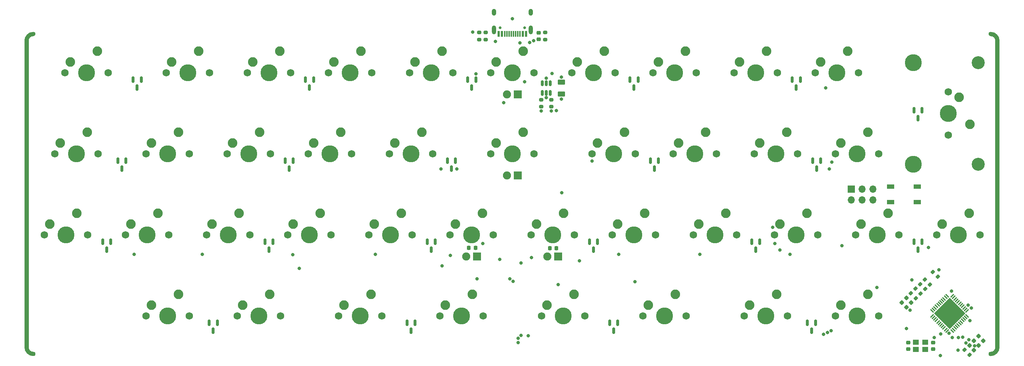
<source format=gbr>
%TF.GenerationSoftware,KiCad,Pcbnew,(6.0.6)*%
%TF.CreationDate,2022-10-05T22:20:27+02:00*%
%TF.ProjectId,Larva,4c617276-612e-46b6-9963-61645f706362,rev?*%
%TF.SameCoordinates,Original*%
%TF.FileFunction,Soldermask,Bot*%
%TF.FilePolarity,Negative*%
%FSLAX46Y46*%
G04 Gerber Fmt 4.6, Leading zero omitted, Abs format (unit mm)*
G04 Created by KiCad (PCBNEW (6.0.6)) date 2022-10-05 22:20:27*
%MOMM*%
%LPD*%
G01*
G04 APERTURE LIST*
G04 Aperture macros list*
%AMRoundRect*
0 Rectangle with rounded corners*
0 $1 Rounding radius*
0 $2 $3 $4 $5 $6 $7 $8 $9 X,Y pos of 4 corners*
0 Add a 4 corners polygon primitive as box body*
4,1,4,$2,$3,$4,$5,$6,$7,$8,$9,$2,$3,0*
0 Add four circle primitives for the rounded corners*
1,1,$1+$1,$2,$3*
1,1,$1+$1,$4,$5*
1,1,$1+$1,$6,$7*
1,1,$1+$1,$8,$9*
0 Add four rect primitives between the rounded corners*
20,1,$1+$1,$2,$3,$4,$5,0*
20,1,$1+$1,$4,$5,$6,$7,0*
20,1,$1+$1,$6,$7,$8,$9,0*
20,1,$1+$1,$8,$9,$2,$3,0*%
%AMRotRect*
0 Rectangle, with rotation*
0 The origin of the aperture is its center*
0 $1 length*
0 $2 width*
0 $3 Rotation angle, in degrees counterclockwise*
0 Add horizontal line*
21,1,$1,$2,0,0,$3*%
G04 Aperture macros list end*
%ADD10C,1.000000*%
%ADD11C,1.750000*%
%ADD12C,2.250000*%
%ADD13C,3.987800*%
%ADD14C,3.048000*%
%ADD15C,1.905000*%
%ADD16R,1.905000X1.905000*%
%ADD17RoundRect,0.225000X-0.335876X-0.017678X-0.017678X-0.335876X0.335876X0.017678X0.017678X0.335876X0*%
%ADD18RoundRect,0.225000X0.335876X0.017678X0.017678X0.335876X-0.335876X-0.017678X-0.017678X-0.335876X0*%
%ADD19RoundRect,0.225000X0.250000X-0.225000X0.250000X0.225000X-0.250000X0.225000X-0.250000X-0.225000X0*%
%ADD20RoundRect,0.150000X-0.150000X0.587500X-0.150000X-0.587500X0.150000X-0.587500X0.150000X0.587500X0*%
%ADD21RoundRect,0.250000X-0.625000X0.375000X-0.625000X-0.375000X0.625000X-0.375000X0.625000X0.375000X0*%
%ADD22RoundRect,0.200000X-0.335876X-0.053033X-0.053033X-0.335876X0.335876X0.053033X0.053033X0.335876X0*%
%ADD23RoundRect,0.200000X0.275000X-0.200000X0.275000X0.200000X-0.275000X0.200000X-0.275000X-0.200000X0*%
%ADD24R,1.800000X1.100000*%
%ADD25RoundRect,0.150000X0.150000X-0.512500X0.150000X0.512500X-0.150000X0.512500X-0.150000X-0.512500X0*%
%ADD26R,1.400000X1.200000*%
%ADD27RoundRect,0.200000X-0.275000X0.200000X-0.275000X-0.200000X0.275000X-0.200000X0.275000X0.200000X0*%
%ADD28RoundRect,0.200000X0.335876X0.053033X0.053033X0.335876X-0.335876X-0.053033X-0.053033X-0.335876X0*%
%ADD29R,1.700000X1.700000*%
%ADD30O,1.700000X1.700000*%
%ADD31RoundRect,0.225000X-0.250000X0.225000X-0.250000X-0.225000X0.250000X-0.225000X0.250000X0.225000X0*%
%ADD32RoundRect,0.218750X0.218750X0.256250X-0.218750X0.256250X-0.218750X-0.256250X0.218750X-0.256250X0*%
%ADD33C,0.650000*%
%ADD34R,0.600000X1.450000*%
%ADD35R,0.300000X1.450000*%
%ADD36O,1.000000X1.600000*%
%ADD37O,1.000000X2.100000*%
%ADD38RoundRect,0.062500X0.380070X-0.291682X-0.291682X0.380070X-0.380070X0.291682X0.291682X-0.380070X0*%
%ADD39RoundRect,0.062500X0.380070X0.291682X0.291682X0.380070X-0.380070X-0.291682X-0.291682X-0.380070X0*%
%ADD40RotRect,5.200000X5.200000X135.000000*%
%ADD41C,0.800000*%
G04 APERTURE END LIST*
D10*
%TO.C,H2*%
X37835000Y-54730000D02*
X37835000Y-126730000D01*
X39435000Y-53130000D02*
G75*
G03*
X37835000Y-54730000I0J-1600000D01*
G01*
X37835000Y-126730000D02*
G75*
G03*
X39435000Y-128330000I1600000J0D01*
G01*
X265835000Y-126730000D02*
X265835000Y-54730000D01*
X264235000Y-128330000D02*
G75*
G03*
X265835000Y-126730000I0J1600000D01*
G01*
X265835000Y-54730000D02*
G75*
G03*
X264235000Y-53130000I-1600000J0D01*
G01*
%TD*%
D11*
%TO.C,MX1*%
X56987500Y-62250000D03*
X46827500Y-62250000D03*
D12*
X48097500Y-59710000D03*
D13*
X51907500Y-62250000D03*
D12*
X54447500Y-57170000D03*
%TD*%
D11*
%TO.C,MX2*%
X80800000Y-62250000D03*
X70640000Y-62250000D03*
D12*
X71910000Y-59710000D03*
D13*
X75720000Y-62250000D03*
D12*
X78260000Y-57170000D03*
%TD*%
D11*
%TO.C,MX3*%
X99850000Y-62250000D03*
X89690000Y-62250000D03*
D12*
X90960000Y-59710000D03*
D13*
X94770000Y-62250000D03*
D12*
X97310000Y-57170000D03*
%TD*%
D11*
%TO.C,MX4*%
X118900000Y-62250000D03*
X108740000Y-62250000D03*
D12*
X110010000Y-59710000D03*
D13*
X113820000Y-62250000D03*
D12*
X116360000Y-57170000D03*
%TD*%
D11*
%TO.C,MX5*%
X137950000Y-62250000D03*
X127790000Y-62250000D03*
D12*
X129060000Y-59710000D03*
D13*
X132870000Y-62250000D03*
D12*
X135410000Y-57170000D03*
%TD*%
D11*
%TO.C,MX7*%
X176050000Y-62250000D03*
X165890000Y-62250000D03*
D12*
X167160000Y-59710000D03*
D13*
X170970000Y-62250000D03*
D12*
X173510000Y-57170000D03*
%TD*%
D11*
%TO.C,MX8*%
X195100000Y-62250000D03*
X184940000Y-62250000D03*
D12*
X186210000Y-59710000D03*
D13*
X190020000Y-62250000D03*
D12*
X192560000Y-57170000D03*
%TD*%
D11*
%TO.C,MX9*%
X214150000Y-62250000D03*
X203990000Y-62250000D03*
D12*
X205260000Y-59710000D03*
D13*
X209070000Y-62250000D03*
D12*
X211610000Y-57170000D03*
%TD*%
D11*
%TO.C,MX10*%
X233200000Y-62250000D03*
X223040000Y-62250000D03*
D12*
X224310000Y-59710000D03*
D13*
X228120000Y-62250000D03*
D12*
X230660000Y-57170000D03*
%TD*%
D11*
%TO.C,MX11*%
X54606250Y-81300000D03*
X44446250Y-81300000D03*
D12*
X45716250Y-78760000D03*
D13*
X49526250Y-81300000D03*
D12*
X52066250Y-76220000D03*
%TD*%
D11*
%TO.C,MX12*%
X76037500Y-81300000D03*
X65877500Y-81300000D03*
D12*
X67147500Y-78760000D03*
D13*
X70957500Y-81300000D03*
D12*
X73497500Y-76220000D03*
%TD*%
D11*
%TO.C,MX13*%
X95087500Y-81300000D03*
X84927500Y-81300000D03*
D12*
X86197500Y-78760000D03*
D13*
X90007500Y-81300000D03*
D12*
X92547500Y-76220000D03*
%TD*%
D11*
%TO.C,MX14*%
X114137500Y-81300000D03*
X103977500Y-81300000D03*
D12*
X105247500Y-78760000D03*
D13*
X109057500Y-81300000D03*
D12*
X111597500Y-76220000D03*
%TD*%
D11*
%TO.C,MX15*%
X133187500Y-81300000D03*
X123027500Y-81300000D03*
D12*
X124297500Y-78760000D03*
D13*
X128107500Y-81300000D03*
D12*
X130647500Y-76220000D03*
%TD*%
D11*
%TO.C,MX17*%
X180812500Y-81300000D03*
X170652500Y-81300000D03*
D12*
X171922500Y-78760000D03*
D13*
X175732500Y-81300000D03*
D12*
X178272500Y-76220000D03*
%TD*%
D11*
%TO.C,MX18*%
X199862500Y-81300000D03*
X189702500Y-81300000D03*
D12*
X190972500Y-78760000D03*
D13*
X194782500Y-81300000D03*
D12*
X197322500Y-76220000D03*
%TD*%
D11*
%TO.C,MX19*%
X218912500Y-81300000D03*
X208752500Y-81300000D03*
D12*
X210022500Y-78760000D03*
D13*
X213832500Y-81300000D03*
D12*
X216372500Y-76220000D03*
%TD*%
D11*
%TO.C,MX20*%
X237962500Y-81300000D03*
X227802500Y-81300000D03*
D12*
X229072500Y-78760000D03*
D13*
X232882500Y-81300000D03*
D12*
X235422500Y-76220000D03*
%TD*%
%TO.C,MX21*%
X259393750Y-74315000D03*
D13*
X254313750Y-71775000D03*
D12*
X256853750Y-67965000D03*
D11*
X254313750Y-66695000D03*
X254313750Y-76855000D03*
D14*
X261298750Y-83713000D03*
X261298750Y-59837000D03*
D13*
X246058750Y-83713000D03*
X246058750Y-59837000D03*
%TD*%
D11*
%TO.C,MX22*%
X52225000Y-100350000D03*
X42065000Y-100350000D03*
D12*
X43335000Y-97810000D03*
D13*
X47145000Y-100350000D03*
D12*
X49685000Y-95270000D03*
%TD*%
D11*
%TO.C,MX23*%
X71275000Y-100350000D03*
X61115000Y-100350000D03*
D12*
X62385000Y-97810000D03*
D13*
X66195000Y-100350000D03*
D12*
X68735000Y-95270000D03*
%TD*%
D11*
%TO.C,MX24*%
X90325000Y-100350000D03*
X80165000Y-100350000D03*
D12*
X81435000Y-97810000D03*
D13*
X85245000Y-100350000D03*
D12*
X87785000Y-95270000D03*
%TD*%
D11*
%TO.C,MX25*%
X109375000Y-100350000D03*
X99215000Y-100350000D03*
D12*
X100485000Y-97810000D03*
D13*
X104295000Y-100350000D03*
D12*
X106835000Y-95270000D03*
%TD*%
D11*
%TO.C,MX26*%
X128425000Y-100350000D03*
X118265000Y-100350000D03*
D12*
X119535000Y-97810000D03*
D13*
X123345000Y-100350000D03*
D12*
X125885000Y-95270000D03*
%TD*%
D11*
%TO.C,MX29*%
X185575000Y-100350000D03*
X175415000Y-100350000D03*
D12*
X176685000Y-97810000D03*
D13*
X180495000Y-100350000D03*
D12*
X183035000Y-95270000D03*
%TD*%
D11*
%TO.C,MX30*%
X204625000Y-100350000D03*
X194465000Y-100350000D03*
D12*
X195735000Y-97810000D03*
D13*
X199545000Y-100350000D03*
D12*
X202085000Y-95270000D03*
%TD*%
D11*
%TO.C,MX31*%
X223675000Y-100350000D03*
X213515000Y-100350000D03*
D12*
X214785000Y-97810000D03*
D13*
X218595000Y-100350000D03*
D12*
X221135000Y-95270000D03*
%TD*%
D11*
%TO.C,MX32*%
X242725000Y-100350000D03*
X232565000Y-100350000D03*
D12*
X233835000Y-97810000D03*
D13*
X237645000Y-100350000D03*
D12*
X240185000Y-95270000D03*
%TD*%
D11*
%TO.C,MX33*%
X261775000Y-100350000D03*
X251615000Y-100350000D03*
D12*
X252885000Y-97810000D03*
D13*
X256695000Y-100350000D03*
D12*
X259235000Y-95270000D03*
%TD*%
D11*
%TO.C,MX34*%
X76037500Y-119400000D03*
X65877500Y-119400000D03*
D12*
X67147500Y-116860000D03*
D13*
X70957500Y-119400000D03*
D12*
X73497500Y-114320000D03*
%TD*%
D11*
%TO.C,MX35*%
X97468750Y-119400000D03*
X87308750Y-119400000D03*
D12*
X88578750Y-116860000D03*
D13*
X92388750Y-119400000D03*
D12*
X94928750Y-114320000D03*
%TD*%
D11*
%TO.C,MX36*%
X121281250Y-119400000D03*
X111121250Y-119400000D03*
D12*
X112391250Y-116860000D03*
D13*
X116201250Y-119400000D03*
D12*
X118741250Y-114320000D03*
%TD*%
D11*
%TO.C,MX37*%
X145093750Y-119400000D03*
X134933750Y-119400000D03*
D12*
X136203750Y-116860000D03*
D13*
X140013750Y-119400000D03*
D12*
X142553750Y-114320000D03*
%TD*%
D11*
%TO.C,MX38*%
X168906250Y-119400000D03*
X158746250Y-119400000D03*
D12*
X160016250Y-116860000D03*
D13*
X163826250Y-119400000D03*
D12*
X166366250Y-114320000D03*
%TD*%
D11*
%TO.C,MX39*%
X192718750Y-119400000D03*
X182558750Y-119400000D03*
D12*
X183828750Y-116860000D03*
D13*
X187638750Y-119400000D03*
D12*
X190178750Y-114320000D03*
%TD*%
D11*
%TO.C,MX40*%
X216531250Y-119400000D03*
X206371250Y-119400000D03*
D12*
X207641250Y-116860000D03*
D13*
X211451250Y-119400000D03*
D12*
X213991250Y-114320000D03*
%TD*%
D11*
%TO.C,MX41*%
X237962500Y-119400000D03*
X227802500Y-119400000D03*
D12*
X229072500Y-116860000D03*
D13*
X232882500Y-119400000D03*
D12*
X235422500Y-114320000D03*
%TD*%
%TO.C,MX6*%
X154460000Y-57170000D03*
D13*
X151920000Y-62250000D03*
D12*
X148110000Y-59710000D03*
D15*
X150650000Y-67330000D03*
D16*
X153190000Y-67330000D03*
D11*
X146840000Y-62250000D03*
X157000000Y-62250000D03*
%TD*%
D12*
%TO.C,MX16*%
X154460000Y-76220000D03*
D13*
X151920000Y-81300000D03*
D12*
X148110000Y-78760000D03*
D15*
X150650000Y-86380000D03*
D16*
X153190000Y-86380000D03*
D11*
X146840000Y-81300000D03*
X157000000Y-81300000D03*
%TD*%
D12*
%TO.C,MX27*%
X144935000Y-95270000D03*
D13*
X142395000Y-100350000D03*
D12*
X138585000Y-97810000D03*
D15*
X141125000Y-105430000D03*
D16*
X143665000Y-105430000D03*
D11*
X137315000Y-100350000D03*
X147475000Y-100350000D03*
%TD*%
D12*
%TO.C,MX28*%
X163985000Y-95270000D03*
D13*
X161445000Y-100350000D03*
D12*
X157635000Y-97810000D03*
D15*
X160175000Y-105430000D03*
D16*
X162715000Y-105430000D03*
D11*
X156365000Y-100350000D03*
X166525000Y-100350000D03*
%TD*%
D17*
%TO.C,C1*%
X260315029Y-125231585D03*
X261411045Y-126327601D03*
%TD*%
%TO.C,C2*%
X259237400Y-126309215D03*
X260333416Y-127405231D03*
%TD*%
D18*
%TO.C,C3*%
X244495192Y-117374914D03*
X243399176Y-116278898D03*
%TD*%
D19*
%TO.C,C6*%
X158143000Y-54389000D03*
X158143000Y-52839000D03*
%TD*%
D20*
%TO.C,D1*%
X62863750Y-63884375D03*
X64763750Y-63884375D03*
X63813750Y-65759375D03*
%TD*%
%TO.C,D2*%
X103345000Y-63884375D03*
X105245000Y-63884375D03*
X104295000Y-65759375D03*
%TD*%
%TO.C,D3*%
X141445000Y-63884375D03*
X143345000Y-63884375D03*
X142395000Y-65759375D03*
%TD*%
%TO.C,D4*%
X179545000Y-63884375D03*
X181445000Y-63884375D03*
X180495000Y-65759375D03*
%TD*%
%TO.C,D5*%
X217645000Y-63884375D03*
X219545000Y-63884375D03*
X218595000Y-65759375D03*
%TD*%
%TO.C,D6*%
X59291875Y-82934375D03*
X61191875Y-82934375D03*
X60241875Y-84809375D03*
%TD*%
%TO.C,D7*%
X98582500Y-82934375D03*
X100482500Y-82934375D03*
X99532500Y-84809375D03*
%TD*%
%TO.C,D8*%
X136682500Y-82934375D03*
X138582500Y-82934375D03*
X137632500Y-84809375D03*
%TD*%
%TO.C,D9*%
X184307500Y-82934375D03*
X186207500Y-82934375D03*
X185257500Y-84809375D03*
%TD*%
%TO.C,D10*%
X222407500Y-82934375D03*
X224307500Y-82934375D03*
X223357500Y-84809375D03*
%TD*%
%TO.C,D11*%
X246220000Y-71028125D03*
X248120000Y-71028125D03*
X247170000Y-72903125D03*
%TD*%
%TO.C,D12*%
X55720000Y-101984375D03*
X57620000Y-101984375D03*
X56670000Y-103859375D03*
%TD*%
%TO.C,D13*%
X93820000Y-101984375D03*
X95720000Y-101984375D03*
X94770000Y-103859375D03*
%TD*%
%TO.C,D14*%
X131920000Y-101984375D03*
X133820000Y-101984375D03*
X132870000Y-103859375D03*
%TD*%
%TO.C,D15*%
X170020000Y-101984375D03*
X171920000Y-101984375D03*
X170970000Y-103859375D03*
%TD*%
%TO.C,D16*%
X208120000Y-101984375D03*
X210020000Y-101984375D03*
X209070000Y-103859375D03*
%TD*%
%TO.C,D19*%
X80723125Y-121034375D03*
X82623125Y-121034375D03*
X81673125Y-122909375D03*
%TD*%
%TO.C,D20*%
X127157500Y-121034375D03*
X129057500Y-121034375D03*
X128107500Y-122909375D03*
%TD*%
%TO.C,D21*%
X174782500Y-121034375D03*
X176682500Y-121034375D03*
X175732500Y-122909375D03*
%TD*%
%TO.C,D22*%
X221216875Y-121034375D03*
X223116875Y-121034375D03*
X222166875Y-122909375D03*
%TD*%
D21*
%TO.C,F1*%
X163431915Y-64421875D03*
X163431915Y-67221875D03*
%TD*%
D22*
%TO.C,R1*%
X258120000Y-127350000D03*
X259286726Y-128516726D03*
%TD*%
D23*
%TO.C,R2*%
X161050665Y-70218750D03*
X161050665Y-68568750D03*
%TD*%
%TO.C,R5*%
X159667000Y-54439000D03*
X159667000Y-52789000D03*
%TD*%
D24*
%TO.C,SW1*%
X240778100Y-92682940D03*
X246978100Y-88982940D03*
X240778100Y-88982940D03*
X246978100Y-92682940D03*
%TD*%
D20*
%TO.C,D17*%
X246220000Y-101984375D03*
X248120000Y-101984375D03*
X247170000Y-103859375D03*
%TD*%
D25*
%TO.C,U2*%
X160810040Y-66959375D03*
X159860040Y-66959375D03*
X158910040Y-66959375D03*
X158910040Y-64684375D03*
X159860040Y-64684375D03*
X160810040Y-64684375D03*
%TD*%
D23*
%TO.C,R3*%
X158669415Y-70218750D03*
X158669415Y-68568750D03*
%TD*%
D26*
%TO.C,Y1*%
X246698858Y-125546777D03*
X248898858Y-125546777D03*
X248898858Y-127246777D03*
X246698858Y-127246777D03*
%TD*%
D18*
%TO.C,C4*%
X245572822Y-116297283D03*
X244476806Y-115201267D03*
%TD*%
D27*
%TO.C,R4*%
X144173000Y-52789000D03*
X144173000Y-54439000D03*
%TD*%
%TO.C,R10*%
X145697000Y-52789000D03*
X145697000Y-54439000D03*
%TD*%
D17*
%TO.C,C5*%
X261393938Y-124147491D03*
X262489954Y-125243507D03*
%TD*%
D22*
%TO.C,R7*%
X248766407Y-110835367D03*
X249933133Y-112002093D03*
%TD*%
%TO.C,R8*%
X247688777Y-111912997D03*
X248855503Y-113079723D03*
%TD*%
D28*
%TO.C,R11*%
X251810000Y-110210000D03*
X250643274Y-109043274D03*
%TD*%
D29*
%TO.C,J1*%
X231533700Y-89560400D03*
D30*
X231533700Y-92100400D03*
X234073700Y-89560400D03*
X234073700Y-92100400D03*
X236613700Y-89560400D03*
X236613700Y-92100400D03*
%TD*%
D31*
%TO.C,C7*%
X244900000Y-125625000D03*
X244900000Y-127175000D03*
%TD*%
%TO.C,C8*%
X250690000Y-125625000D03*
X250690000Y-127175000D03*
%TD*%
D32*
%TO.C,D18*%
X143242500Y-103420000D03*
X141667500Y-103420000D03*
%TD*%
%TO.C,D23*%
X162282500Y-103470000D03*
X160707500Y-103470000D03*
%TD*%
D22*
%TO.C,R6*%
X245517394Y-114088380D03*
X246684120Y-115255106D03*
%TD*%
%TO.C,R9*%
X246606339Y-112999435D03*
X247773065Y-114166161D03*
%TD*%
D33*
%TO.C,J2*%
X154810000Y-51653125D03*
X149030000Y-51653125D03*
D34*
X148670000Y-53098125D03*
X149470000Y-53098125D03*
D35*
X150670000Y-53098125D03*
X151670000Y-53098125D03*
X152170000Y-53098125D03*
X153170000Y-53098125D03*
D34*
X154370000Y-53098125D03*
X155170000Y-53098125D03*
X155170000Y-53098125D03*
X154370000Y-53098125D03*
D35*
X153670000Y-53098125D03*
X152670000Y-53098125D03*
X151170000Y-53098125D03*
X150170000Y-53098125D03*
D34*
X149470000Y-53098125D03*
X148670000Y-53098125D03*
D36*
X147600000Y-48003125D03*
D37*
X147600000Y-52183125D03*
X156240000Y-52183125D03*
D36*
X156240000Y-48003125D03*
%TD*%
D38*
%TO.C,U1*%
X258722736Y-119392202D03*
X258369182Y-119745755D03*
X258015629Y-120099309D03*
X257662076Y-120452862D03*
X257308522Y-120806415D03*
X256954969Y-121159969D03*
X256601415Y-121513522D03*
X256247862Y-121867076D03*
X255894309Y-122220629D03*
X255540755Y-122574182D03*
X255187202Y-122927736D03*
D39*
X254002798Y-122927736D03*
X253649245Y-122574182D03*
X253295691Y-122220629D03*
X252942138Y-121867076D03*
X252588585Y-121513522D03*
X252235031Y-121159969D03*
X251881478Y-120806415D03*
X251527924Y-120452862D03*
X251174371Y-120099309D03*
X250820818Y-119745755D03*
X250467264Y-119392202D03*
D38*
X250467264Y-118207798D03*
X250820818Y-117854245D03*
X251174371Y-117500691D03*
X251527924Y-117147138D03*
X251881478Y-116793585D03*
X252235031Y-116440031D03*
X252588585Y-116086478D03*
X252942138Y-115732924D03*
X253295691Y-115379371D03*
X253649245Y-115025818D03*
X254002798Y-114672264D03*
D39*
X255187202Y-114672264D03*
X255540755Y-115025818D03*
X255894309Y-115379371D03*
X256247862Y-115732924D03*
X256601415Y-116086478D03*
X256954969Y-116440031D03*
X257308522Y-116793585D03*
X257662076Y-117147138D03*
X258015629Y-117500691D03*
X258369182Y-117854245D03*
X258722736Y-118207798D03*
D40*
X254595000Y-118800000D03*
%TD*%
D41*
X101845000Y-108200000D03*
X260450000Y-126410000D03*
X142645000Y-52700000D03*
X226946460Y-83238340D03*
X258978356Y-116855456D03*
X170595000Y-82980000D03*
X154815540Y-64396620D03*
X155630940Y-124053280D03*
X156405000Y-105660000D03*
X249659140Y-103309420D03*
X155972542Y-55149458D03*
X163495000Y-90400000D03*
X237515000Y-112730000D03*
X149895000Y-69275000D03*
X213088220Y-98602800D03*
X167645000Y-106450000D03*
X250955000Y-124500000D03*
X256565000Y-127440000D03*
X180725000Y-111370000D03*
X245695000Y-110900000D03*
X147983000Y-54921000D03*
X135395000Y-107600000D03*
X252110000Y-108540000D03*
X137370820Y-105166160D03*
X161193480Y-62402720D03*
X151955000Y-49580000D03*
X213591140Y-102346760D03*
X148945000Y-106100000D03*
X159859980Y-68054220D03*
X144995000Y-102400000D03*
X153982480Y-123972000D03*
X245290000Y-118030000D03*
X259674037Y-117573114D03*
X162215019Y-71155673D03*
X252546400Y-123602783D03*
X153979990Y-106941301D03*
X255015000Y-113580000D03*
X259402959Y-120462041D03*
X163431220Y-68450460D03*
X258389402Y-125741867D03*
X224985640Y-123749990D03*
X225514243Y-65820957D03*
X143350000Y-62523125D03*
X135172180Y-84871875D03*
X225878077Y-123298814D03*
X226310533Y-84870253D03*
X138845000Y-84850000D03*
X226772177Y-122849970D03*
X214717973Y-103919687D03*
X159864640Y-63514820D03*
X163431915Y-63244155D03*
X63121600Y-104921875D03*
X79088040Y-104921875D03*
X100396100Y-105033760D03*
X119738200Y-104921875D03*
X176890740Y-104877499D03*
X195940740Y-104877499D03*
X217138304Y-104925816D03*
X259074578Y-125014176D03*
X229287382Y-102902618D03*
X244475000Y-122400460D03*
X252455000Y-128717295D03*
X254474966Y-123480166D03*
X161053780Y-71208900D03*
X153278100Y-124682940D03*
X153278100Y-125682940D03*
X158668720Y-71224140D03*
X156889258Y-54749914D03*
X153678156Y-55242812D03*
X152079980Y-111280000D03*
X151310000Y-110641353D03*
X257658907Y-124426201D03*
X256659500Y-124440011D03*
X255205000Y-124480000D03*
X143655000Y-110641353D03*
X162715000Y-111991383D03*
M02*

</source>
